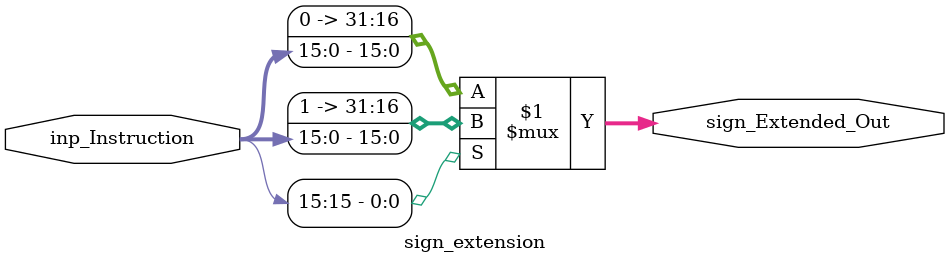
<source format=sv>
`timescale 1ns / 1ps
module sign_extension(
    output [31:0] sign_Extended_Out,
    input [15:0] inp_Instruction
    );
    //Ternary Operator Selection Statement
    assign sign_Extended_Out = (inp_Instruction[15]) ? {16'hFFFF , inp_Instruction} : {16'h0000 , inp_Instruction};
    
endmodule

</source>
